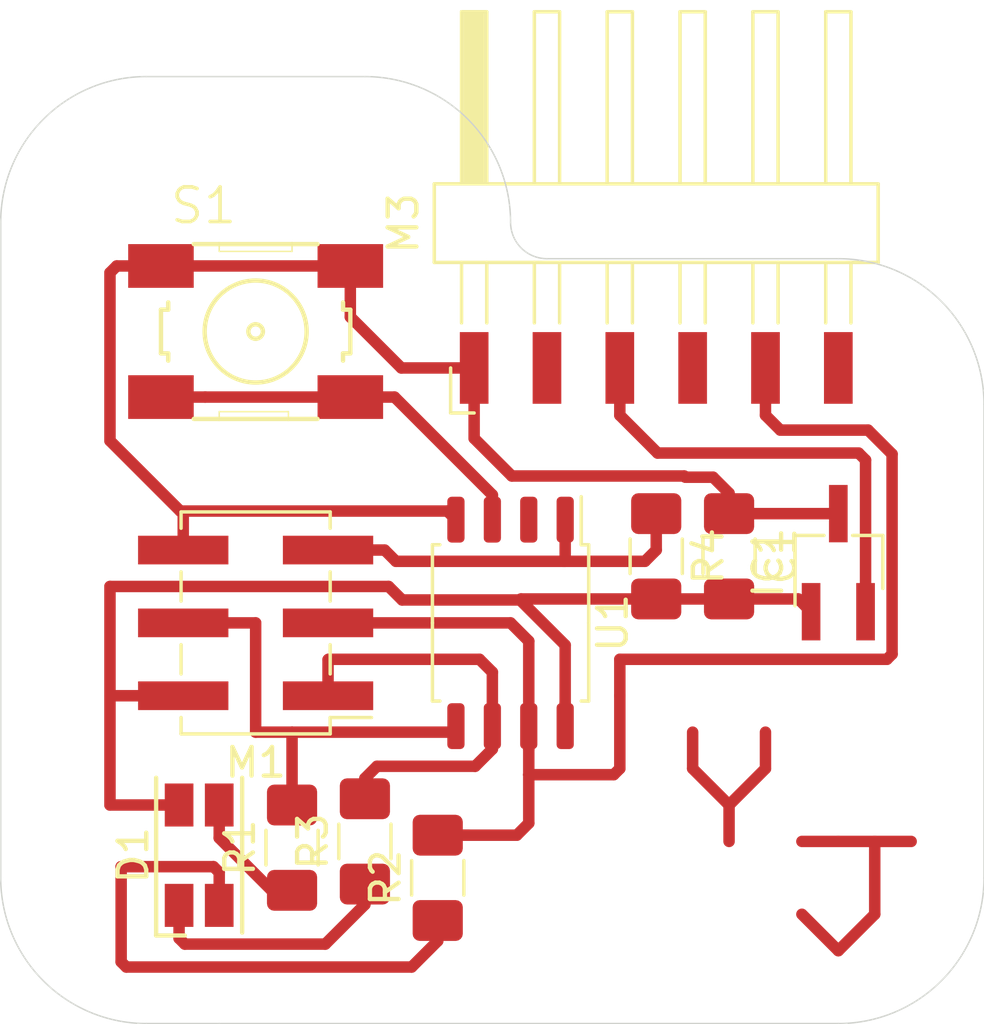
<source format=kicad_pcb>
(kicad_pcb (version 20171130) (host pcbnew "(5.1.5)-3")

  (general
    (thickness 1.6)
    (drawings 12)
    (tracks 117)
    (zones 0)
    (modules 11)
    (nets 16)
  )

  (page A4)
  (layers
    (0 F.Cu signal)
    (31 B.Cu signal)
    (32 B.Adhes user)
    (33 F.Adhes user)
    (34 B.Paste user)
    (35 F.Paste user)
    (36 B.SilkS user)
    (37 F.SilkS user)
    (38 B.Mask user)
    (39 F.Mask user)
    (40 Dwgs.User user)
    (41 Cmts.User user)
    (42 Eco1.User user)
    (43 Eco2.User user)
    (44 Edge.Cuts user)
    (45 Margin user)
    (46 B.CrtYd user)
    (47 F.CrtYd user)
    (48 B.Fab user)
    (49 F.Fab user)
  )

  (setup
    (last_trace_width 0.4)
    (user_trace_width 0.4)
    (trace_clearance 0.4)
    (zone_clearance 0.508)
    (zone_45_only no)
    (trace_min 0.2)
    (via_size 0.8)
    (via_drill 0.4)
    (via_min_size 0.4)
    (via_min_drill 0.3)
    (uvia_size 0.3)
    (uvia_drill 0.1)
    (uvias_allowed no)
    (uvia_min_size 0.2)
    (uvia_min_drill 0.1)
    (edge_width 0.05)
    (segment_width 0.2)
    (pcb_text_width 0.3)
    (pcb_text_size 1.5 1.5)
    (mod_edge_width 0.12)
    (mod_text_size 1 1)
    (mod_text_width 0.15)
    (pad_size 1.524 1.524)
    (pad_drill 0.762)
    (pad_to_mask_clearance 0.051)
    (solder_mask_min_width 0.25)
    (aux_axis_origin 0 0)
    (visible_elements FFFFFF7F)
    (pcbplotparams
      (layerselection 0x01000_7fffffff)
      (usegerberextensions false)
      (usegerberattributes false)
      (usegerberadvancedattributes false)
      (creategerberjobfile false)
      (excludeedgelayer true)
      (linewidth 0.100000)
      (plotframeref false)
      (viasonmask false)
      (mode 1)
      (useauxorigin false)
      (hpglpennumber 1)
      (hpglpenspeed 20)
      (hpglpendiameter 15.000000)
      (psnegative false)
      (psa4output false)
      (plotreference true)
      (plotvalue true)
      (plotinvisibletext false)
      (padsonsilk false)
      (subtractmaskfromsilk false)
      (outputformat 1)
      (mirror false)
      (drillshape 0)
      (scaleselection 1)
      (outputdirectory ""))
  )

  (net 0 "")
  (net 1 GNDREF)
  (net 2 VCC)
  (net 3 "Net-(D1-Pad1)")
  (net 4 "Net-(D1-Pad2)")
  (net 5 "Net-(D1-Pad3)")
  (net 6 /MISO)
  (net 7 /SCK-RX)
  (net 8 /MOSI)
  (net 9 /RST)
  (net 10 "Net-(M3-Pad2)")
  (net 11 "Net-(M3-Pad4)")
  (net 12 "Net-(M3-Pad6)")
  (net 13 /PB4)
  (net 14 "Net-(U1-Pad2)")
  (net 15 /IN)

  (net_class Default "This is the default net class."
    (clearance 0.4)
    (trace_width 0.25)
    (via_dia 0.8)
    (via_drill 0.4)
    (uvia_dia 0.3)
    (uvia_drill 0.1)
    (add_net /IN)
    (add_net /MISO)
    (add_net /MOSI)
    (add_net /PB4)
    (add_net /RST)
    (add_net /SCK-RX)
    (add_net GNDREF)
    (add_net "Net-(D1-Pad1)")
    (add_net "Net-(D1-Pad2)")
    (add_net "Net-(D1-Pad3)")
    (add_net "Net-(M3-Pad2)")
    (add_net "Net-(M3-Pad4)")
    (add_net "Net-(M3-Pad6)")
    (add_net "Net-(U1-Pad2)")
    (add_net VCC)
  )

  (module Connector_Harwin:Harwin_M20-89006xx_1x06_P2.54mm_Horizontal (layer F.Cu) (tedit 5B154A07) (tstamp 5E658866)
    (at 93.98 19.875 90)
    (descr "Harwin Male Horizontal Surface Mount Single Row 2.54mm (0.1 inch) Pitch PCB Connector, M20-89006xx, 6 Pins per row (https://cdn.harwin.com/pdfs/M20-890.pdf), generated with kicad-footprint-generator")
    (tags "connector Harwin M20-890 horizontal")
    (path /5E652256)
    (attr smd)
    (fp_text reference M3 (at -0.48 -8.82 90) (layer F.SilkS)
      (effects (font (size 1 1) (thickness 0.15)))
    )
    (fp_text value FTDI-SMD-HEADER (at -0.48 8.82 90) (layer F.Fab)
      (effects (font (size 1 1) (thickness 0.15)))
    )
    (fp_line (start -1.725 -6.67) (end -6.425 -6.67) (layer F.Fab) (width 0.1))
    (fp_line (start -6.425 -6.67) (end -6.425 -6.03) (layer F.Fab) (width 0.1))
    (fp_line (start -6.425 -6.03) (end -1.725 -6.03) (layer F.Fab) (width 0.1))
    (fp_line (start 0.775 -6.67) (end 6.775 -6.67) (layer F.Fab) (width 0.1))
    (fp_line (start 6.775 -6.67) (end 6.775 -6.03) (layer F.Fab) (width 0.1))
    (fp_line (start 6.775 -6.03) (end 0.775 -6.03) (layer F.Fab) (width 0.1))
    (fp_line (start -1.725 -4.13) (end -6.425 -4.13) (layer F.Fab) (width 0.1))
    (fp_line (start -6.425 -4.13) (end -6.425 -3.49) (layer F.Fab) (width 0.1))
    (fp_line (start -6.425 -3.49) (end -1.725 -3.49) (layer F.Fab) (width 0.1))
    (fp_line (start 0.775 -4.13) (end 6.775 -4.13) (layer F.Fab) (width 0.1))
    (fp_line (start 6.775 -4.13) (end 6.775 -3.49) (layer F.Fab) (width 0.1))
    (fp_line (start 6.775 -3.49) (end 0.775 -3.49) (layer F.Fab) (width 0.1))
    (fp_line (start -1.725 -1.59) (end -6.425 -1.59) (layer F.Fab) (width 0.1))
    (fp_line (start -6.425 -1.59) (end -6.425 -0.95) (layer F.Fab) (width 0.1))
    (fp_line (start -6.425 -0.95) (end -1.725 -0.95) (layer F.Fab) (width 0.1))
    (fp_line (start 0.775 -1.59) (end 6.775 -1.59) (layer F.Fab) (width 0.1))
    (fp_line (start 6.775 -1.59) (end 6.775 -0.95) (layer F.Fab) (width 0.1))
    (fp_line (start 6.775 -0.95) (end 0.775 -0.95) (layer F.Fab) (width 0.1))
    (fp_line (start -1.725 0.95) (end -6.425 0.95) (layer F.Fab) (width 0.1))
    (fp_line (start -6.425 0.95) (end -6.425 1.59) (layer F.Fab) (width 0.1))
    (fp_line (start -6.425 1.59) (end -1.725 1.59) (layer F.Fab) (width 0.1))
    (fp_line (start 0.775 0.95) (end 6.775 0.95) (layer F.Fab) (width 0.1))
    (fp_line (start 6.775 0.95) (end 6.775 1.59) (layer F.Fab) (width 0.1))
    (fp_line (start 6.775 1.59) (end 0.775 1.59) (layer F.Fab) (width 0.1))
    (fp_line (start -1.725 3.49) (end -6.425 3.49) (layer F.Fab) (width 0.1))
    (fp_line (start -6.425 3.49) (end -6.425 4.13) (layer F.Fab) (width 0.1))
    (fp_line (start -6.425 4.13) (end -1.725 4.13) (layer F.Fab) (width 0.1))
    (fp_line (start 0.775 3.49) (end 6.775 3.49) (layer F.Fab) (width 0.1))
    (fp_line (start 6.775 3.49) (end 6.775 4.13) (layer F.Fab) (width 0.1))
    (fp_line (start 6.775 4.13) (end 0.775 4.13) (layer F.Fab) (width 0.1))
    (fp_line (start -1.725 6.03) (end -6.425 6.03) (layer F.Fab) (width 0.1))
    (fp_line (start -6.425 6.03) (end -6.425 6.67) (layer F.Fab) (width 0.1))
    (fp_line (start -6.425 6.67) (end -1.725 6.67) (layer F.Fab) (width 0.1))
    (fp_line (start 0.775 6.03) (end 6.775 6.03) (layer F.Fab) (width 0.1))
    (fp_line (start 6.775 6.03) (end 6.775 6.67) (layer F.Fab) (width 0.1))
    (fp_line (start 6.775 6.67) (end 0.775 6.67) (layer F.Fab) (width 0.1))
    (fp_line (start -1.725 -7.22) (end -1.325 -7.62) (layer F.Fab) (width 0.1))
    (fp_line (start -1.325 -7.62) (end 0.775 -7.62) (layer F.Fab) (width 0.1))
    (fp_line (start 0.775 -7.62) (end 0.775 7.62) (layer F.Fab) (width 0.1))
    (fp_line (start 0.775 7.62) (end -1.725 7.62) (layer F.Fab) (width 0.1))
    (fp_line (start -1.725 7.62) (end -1.725 -7.22) (layer F.Fab) (width 0.1))
    (fp_line (start -1.845 -7.74) (end 0.895 -7.74) (layer F.SilkS) (width 0.12))
    (fp_line (start 0.895 -7.74) (end 0.895 7.74) (layer F.SilkS) (width 0.12))
    (fp_line (start 0.895 7.74) (end -1.845 7.74) (layer F.SilkS) (width 0.12))
    (fp_line (start -1.845 7.74) (end -1.845 -7.74) (layer F.SilkS) (width 0.12))
    (fp_line (start -3.955 -6.79) (end -1.845 -6.79) (layer F.SilkS) (width 0.12))
    (fp_line (start -3.955 -5.91) (end -1.845 -5.91) (layer F.SilkS) (width 0.12))
    (fp_line (start 0.895 -6.79) (end 6.895 -6.79) (layer F.SilkS) (width 0.12))
    (fp_line (start 6.895 -6.79) (end 6.895 -5.91) (layer F.SilkS) (width 0.12))
    (fp_line (start 6.895 -5.91) (end 0.895 -5.91) (layer F.SilkS) (width 0.12))
    (fp_line (start -3.955 -4.25) (end -1.845 -4.25) (layer F.SilkS) (width 0.12))
    (fp_line (start -3.955 -3.37) (end -1.845 -3.37) (layer F.SilkS) (width 0.12))
    (fp_line (start 0.895 -4.25) (end 6.895 -4.25) (layer F.SilkS) (width 0.12))
    (fp_line (start 6.895 -4.25) (end 6.895 -3.37) (layer F.SilkS) (width 0.12))
    (fp_line (start 6.895 -3.37) (end 0.895 -3.37) (layer F.SilkS) (width 0.12))
    (fp_line (start -3.955 -1.71) (end -1.845 -1.71) (layer F.SilkS) (width 0.12))
    (fp_line (start -3.955 -0.83) (end -1.845 -0.83) (layer F.SilkS) (width 0.12))
    (fp_line (start 0.895 -1.71) (end 6.895 -1.71) (layer F.SilkS) (width 0.12))
    (fp_line (start 6.895 -1.71) (end 6.895 -0.83) (layer F.SilkS) (width 0.12))
    (fp_line (start 6.895 -0.83) (end 0.895 -0.83) (layer F.SilkS) (width 0.12))
    (fp_line (start -3.955 0.83) (end -1.845 0.83) (layer F.SilkS) (width 0.12))
    (fp_line (start -3.955 1.71) (end -1.845 1.71) (layer F.SilkS) (width 0.12))
    (fp_line (start 0.895 0.83) (end 6.895 0.83) (layer F.SilkS) (width 0.12))
    (fp_line (start 6.895 0.83) (end 6.895 1.71) (layer F.SilkS) (width 0.12))
    (fp_line (start 6.895 1.71) (end 0.895 1.71) (layer F.SilkS) (width 0.12))
    (fp_line (start -3.955 3.37) (end -1.845 3.37) (layer F.SilkS) (width 0.12))
    (fp_line (start -3.955 4.25) (end -1.845 4.25) (layer F.SilkS) (width 0.12))
    (fp_line (start 0.895 3.37) (end 6.895 3.37) (layer F.SilkS) (width 0.12))
    (fp_line (start 6.895 3.37) (end 6.895 4.25) (layer F.SilkS) (width 0.12))
    (fp_line (start 6.895 4.25) (end 0.895 4.25) (layer F.SilkS) (width 0.12))
    (fp_line (start -3.955 5.91) (end -1.845 5.91) (layer F.SilkS) (width 0.12))
    (fp_line (start -3.955 6.79) (end -1.845 6.79) (layer F.SilkS) (width 0.12))
    (fp_line (start 0.895 5.91) (end 6.895 5.91) (layer F.SilkS) (width 0.12))
    (fp_line (start 6.895 5.91) (end 6.895 6.79) (layer F.SilkS) (width 0.12))
    (fp_line (start 6.895 6.79) (end 0.895 6.79) (layer F.SilkS) (width 0.12))
    (fp_line (start -7.095 -6.35) (end -7.095 -7.17) (layer F.SilkS) (width 0.12))
    (fp_line (start -7.095 -7.17) (end -5.525 -7.17) (layer F.SilkS) (width 0.12))
    (fp_line (start -7.28 -8.12) (end 7.28 -8.12) (layer F.CrtYd) (width 0.05))
    (fp_line (start 7.28 -8.12) (end 7.28 8.12) (layer F.CrtYd) (width 0.05))
    (fp_line (start 7.28 8.12) (end -7.28 8.12) (layer F.CrtYd) (width 0.05))
    (fp_line (start -7.28 8.12) (end -7.28 -8.12) (layer F.CrtYd) (width 0.05))
    (fp_text user %R (at -0.48 0) (layer F.Fab)
      (effects (font (size 1 1) (thickness 0.15)))
    )
    (pad 1 smd rect (at -5.525 -6.35 90) (size 2.5 1) (layers F.Cu F.Paste F.Mask)
      (net 1 GNDREF))
    (pad 2 smd rect (at -5.525 -3.81 90) (size 2.5 1) (layers F.Cu F.Paste F.Mask)
      (net 10 "Net-(M3-Pad2)"))
    (pad 3 smd rect (at -5.525 -1.27 90) (size 2.5 1) (layers F.Cu F.Paste F.Mask)
      (net 15 /IN))
    (pad 4 smd rect (at -5.525 1.27 90) (size 2.5 1) (layers F.Cu F.Paste F.Mask)
      (net 11 "Net-(M3-Pad4)"))
    (pad 5 smd rect (at -5.525 3.81 90) (size 2.5 1) (layers F.Cu F.Paste F.Mask)
      (net 7 /SCK-RX))
    (pad 6 smd rect (at -5.525 6.35 90) (size 2.5 1) (layers F.Cu F.Paste F.Mask)
      (net 12 "Net-(M3-Pad6)"))
    (pad "" smd rect (at 3.895 -6.35 90) (size 6 0.76) (layers F.SilkS))
    (model ${KISYS3DMOD}/Connector_Harwin.3dshapes/Harwin_M20-89006xx_1x06_P2.54mm_Horizontal.wrl
      (at (xyz 0 0 0))
      (scale (xyz 1 1 1))
      (rotate (xyz 0 0 0))
    )
  )

  (module Capacitor_SMD:C_1206_3216Metric_Pad1.42x1.75mm_HandSolder (layer F.Cu) (tedit 5B301BBE) (tstamp 5E6587AE)
    (at 96.52 31.9675 270)
    (descr "Capacitor SMD 1206 (3216 Metric), square (rectangular) end terminal, IPC_7351 nominal with elongated pad for handsoldering. (Body size source: http://www.tortai-tech.com/upload/download/2011102023233369053.pdf), generated with kicad-footprint-generator")
    (tags "capacitor handsolder")
    (path /5E653558)
    (attr smd)
    (fp_text reference C1 (at 0 -1.82 90) (layer F.SilkS)
      (effects (font (size 1 1) (thickness 0.15)))
    )
    (fp_text value C (at 0 1.82 90) (layer F.Fab)
      (effects (font (size 1 1) (thickness 0.15)))
    )
    (fp_line (start -1.6 0.8) (end -1.6 -0.8) (layer F.Fab) (width 0.1))
    (fp_line (start -1.6 -0.8) (end 1.6 -0.8) (layer F.Fab) (width 0.1))
    (fp_line (start 1.6 -0.8) (end 1.6 0.8) (layer F.Fab) (width 0.1))
    (fp_line (start 1.6 0.8) (end -1.6 0.8) (layer F.Fab) (width 0.1))
    (fp_line (start -0.602064 -0.91) (end 0.602064 -0.91) (layer F.SilkS) (width 0.12))
    (fp_line (start -0.602064 0.91) (end 0.602064 0.91) (layer F.SilkS) (width 0.12))
    (fp_line (start -2.45 1.12) (end -2.45 -1.12) (layer F.CrtYd) (width 0.05))
    (fp_line (start -2.45 -1.12) (end 2.45 -1.12) (layer F.CrtYd) (width 0.05))
    (fp_line (start 2.45 -1.12) (end 2.45 1.12) (layer F.CrtYd) (width 0.05))
    (fp_line (start 2.45 1.12) (end -2.45 1.12) (layer F.CrtYd) (width 0.05))
    (fp_text user %R (at 0 0 90) (layer F.Fab)
      (effects (font (size 0.8 0.8) (thickness 0.12)))
    )
    (pad 1 smd roundrect (at -1.4875 0 270) (size 1.425 1.75) (layers F.Cu F.Paste F.Mask) (roundrect_rratio 0.175439)
      (net 1 GNDREF))
    (pad 2 smd roundrect (at 1.4875 0 270) (size 1.425 1.75) (layers F.Cu F.Paste F.Mask) (roundrect_rratio 0.175439)
      (net 2 VCC))
    (model ${KISYS3DMOD}/Capacitor_SMD.3dshapes/C_1206_3216Metric.wrl
      (at (xyz 0 0 0))
      (scale (xyz 1 1 1))
      (rotate (xyz 0 0 0))
    )
  )

  (module LED_SMD:LED_RGB_1210 (layer F.Cu) (tedit 5979AE99) (tstamp 5E6587C3)
    (at 78.04 42.39 90)
    (descr "RGB LED 3.2x2.7mm http://www.avagotech.com/docs/AV02-0610EN")
    (tags "LED 3227")
    (path /5E6A8FE2)
    (attr smd)
    (fp_text reference D1 (at 0 -2.3 90) (layer F.SilkS)
      (effects (font (size 1 1) (thickness 0.15)))
    )
    (fp_text value LED_RGBA (at 0 2.45 90) (layer F.Fab)
      (effects (font (size 1 1) (thickness 0.15)))
    )
    (fp_line (start -2.95 1.65) (end 2.85 1.65) (layer F.CrtYd) (width 0.05))
    (fp_line (start -2.95 -1.65) (end -2.95 1.65) (layer F.CrtYd) (width 0.05))
    (fp_line (start 2.85 -1.65) (end -2.95 -1.65) (layer F.CrtYd) (width 0.05))
    (fp_line (start 2.85 1.65) (end 2.85 -1.65) (layer F.CrtYd) (width 0.05))
    (fp_line (start 2.7 1.5) (end -2.7 1.5) (layer F.SilkS) (width 0.15))
    (fp_line (start 2.7 -1.5) (end -2.8 -1.5) (layer F.SilkS) (width 0.15))
    (fp_line (start -2.8 -0.5) (end -2.8 -1.5) (layer F.SilkS) (width 0.15))
    (fp_line (start -0.925 -1.35) (end 1.6 -1.35) (layer F.Fab) (width 0.1))
    (fp_line (start 1.6 -1.35) (end 1.6 1.35) (layer F.Fab) (width 0.1))
    (fp_line (start 1.6 1.35) (end -1.6 1.35) (layer F.Fab) (width 0.1))
    (fp_line (start -1.6 1.35) (end -1.6 -0.675) (layer F.Fab) (width 0.1))
    (fp_line (start -1.6 -0.675) (end -0.925 -1.35) (layer F.Fab) (width 0.1))
    (fp_text user %R (at 0 -2.3 90) (layer F.Fab)
      (effects (font (size 1 1) (thickness 0.15)))
    )
    (pad 1 smd rect (at -1.75 -0.7 270) (size 1.5 1) (layers F.Cu F.Paste F.Mask)
      (net 3 "Net-(D1-Pad1)"))
    (pad 2 smd rect (at -1.75 0.7 270) (size 1.5 1) (layers F.Cu F.Paste F.Mask)
      (net 4 "Net-(D1-Pad2)"))
    (pad 4 smd rect (at 1.75 -0.7 270) (size 1.5 1) (layers F.Cu F.Paste F.Mask)
      (net 2 VCC))
    (pad 3 smd rect (at 1.75 0.7 270) (size 1.5 1) (layers F.Cu F.Paste F.Mask)
      (net 5 "Net-(D1-Pad3)"))
    (model ${KISYS3DMOD}/LED_SMD.3dshapes/LED_RGB_1210.wrl
      (at (xyz 0 0 0))
      (scale (xyz 1 1 1))
      (rotate (xyz 0 0 0))
    )
  )

  (module Package_TO_SOT_SMD:TSOT-23_HandSoldering (layer F.Cu) (tedit 5A02FF57) (tstamp 5E6587D8)
    (at 100.33 32.19 90)
    (descr "5-pin TSOT23 package, http://cds.linear.com/docs/en/packaging/SOT_5_05-08-1635.pdf")
    (tags "TSOT-23 Hand-soldering")
    (path /5E63D073)
    (attr smd)
    (fp_text reference IC1 (at 0 -2.45 90) (layer F.SilkS)
      (effects (font (size 1 1) (thickness 0.15)))
    )
    (fp_text value REGULATORSOT23 (at 0 2.5 90) (layer F.Fab)
      (effects (font (size 1 1) (thickness 0.15)))
    )
    (fp_text user %R (at 0 0) (layer F.Fab)
      (effects (font (size 0.5 0.5) (thickness 0.075)))
    )
    (fp_line (start 0.95 0.5) (end 0.95 1.55) (layer F.SilkS) (width 0.12))
    (fp_line (start 0.95 1.55) (end -0.9 1.55) (layer F.SilkS) (width 0.12))
    (fp_line (start 0.95 -1.5) (end 0.95 -0.5) (layer F.SilkS) (width 0.12))
    (fp_line (start 0.93 -1.51) (end -1.5 -1.51) (layer F.SilkS) (width 0.12))
    (fp_line (start -0.88 -1) (end -0.43 -1.45) (layer F.Fab) (width 0.1))
    (fp_line (start 0.88 -1.45) (end -0.43 -1.45) (layer F.Fab) (width 0.1))
    (fp_line (start -0.88 -1) (end -0.88 1.45) (layer F.Fab) (width 0.1))
    (fp_line (start 0.88 1.45) (end -0.88 1.45) (layer F.Fab) (width 0.1))
    (fp_line (start 0.88 -1.45) (end 0.88 1.45) (layer F.Fab) (width 0.1))
    (fp_line (start -2.96 -1.7) (end 2.96 -1.7) (layer F.CrtYd) (width 0.05))
    (fp_line (start -2.96 -1.7) (end -2.96 1.7) (layer F.CrtYd) (width 0.05))
    (fp_line (start 2.96 1.7) (end 2.96 -1.7) (layer F.CrtYd) (width 0.05))
    (fp_line (start 2.96 1.7) (end -2.96 1.7) (layer F.CrtYd) (width 0.05))
    (pad 1 smd rect (at -1.71 -0.95 90) (size 2 0.65) (layers F.Cu F.Paste F.Mask)
      (net 2 VCC))
    (pad 2 smd rect (at -1.71 0.95 90) (size 2 0.65) (layers F.Cu F.Paste F.Mask)
      (net 15 /IN))
    (pad 3 smd rect (at 1.71 0 90) (size 2 0.65) (layers F.Cu F.Paste F.Mask)
      (net 1 GNDREF))
    (model ${KISYS3DMOD}/Package_TO_SOT_SMD.3dshapes/TSOT-23.wrl
      (at (xyz 0 0 0))
      (scale (xyz 1 1 1))
      (rotate (xyz 0 0 0))
    )
  )

  (module Connector_PinHeader_2.54mm:PinHeader_2x03_P2.54mm_Vertical_SMD (layer F.Cu) (tedit 59FED5CC) (tstamp 5E658809)
    (at 80.01 34.29 180)
    (descr "surface-mounted straight pin header, 2x03, 2.54mm pitch, double rows")
    (tags "Surface mounted pin header SMD 2x03 2.54mm double row")
    (path /5E652A9B)
    (attr smd)
    (fp_text reference M1 (at 0 -4.87) (layer F.SilkS)
      (effects (font (size 1 1) (thickness 0.15)))
    )
    (fp_text value AVRISP (at 0 4.87) (layer F.Fab)
      (effects (font (size 1 1) (thickness 0.15)))
    )
    (fp_line (start 2.54 3.81) (end -2.54 3.81) (layer F.Fab) (width 0.1))
    (fp_line (start -1.59 -3.81) (end 2.54 -3.81) (layer F.Fab) (width 0.1))
    (fp_line (start -2.54 3.81) (end -2.54 -2.86) (layer F.Fab) (width 0.1))
    (fp_line (start -2.54 -2.86) (end -1.59 -3.81) (layer F.Fab) (width 0.1))
    (fp_line (start 2.54 -3.81) (end 2.54 3.81) (layer F.Fab) (width 0.1))
    (fp_line (start -2.54 -2.86) (end -3.6 -2.86) (layer F.Fab) (width 0.1))
    (fp_line (start -3.6 -2.86) (end -3.6 -2.22) (layer F.Fab) (width 0.1))
    (fp_line (start -3.6 -2.22) (end -2.54 -2.22) (layer F.Fab) (width 0.1))
    (fp_line (start 2.54 -2.86) (end 3.6 -2.86) (layer F.Fab) (width 0.1))
    (fp_line (start 3.6 -2.86) (end 3.6 -2.22) (layer F.Fab) (width 0.1))
    (fp_line (start 3.6 -2.22) (end 2.54 -2.22) (layer F.Fab) (width 0.1))
    (fp_line (start -2.54 -0.32) (end -3.6 -0.32) (layer F.Fab) (width 0.1))
    (fp_line (start -3.6 -0.32) (end -3.6 0.32) (layer F.Fab) (width 0.1))
    (fp_line (start -3.6 0.32) (end -2.54 0.32) (layer F.Fab) (width 0.1))
    (fp_line (start 2.54 -0.32) (end 3.6 -0.32) (layer F.Fab) (width 0.1))
    (fp_line (start 3.6 -0.32) (end 3.6 0.32) (layer F.Fab) (width 0.1))
    (fp_line (start 3.6 0.32) (end 2.54 0.32) (layer F.Fab) (width 0.1))
    (fp_line (start -2.54 2.22) (end -3.6 2.22) (layer F.Fab) (width 0.1))
    (fp_line (start -3.6 2.22) (end -3.6 2.86) (layer F.Fab) (width 0.1))
    (fp_line (start -3.6 2.86) (end -2.54 2.86) (layer F.Fab) (width 0.1))
    (fp_line (start 2.54 2.22) (end 3.6 2.22) (layer F.Fab) (width 0.1))
    (fp_line (start 3.6 2.22) (end 3.6 2.86) (layer F.Fab) (width 0.1))
    (fp_line (start 3.6 2.86) (end 2.54 2.86) (layer F.Fab) (width 0.1))
    (fp_line (start -2.6 -3.87) (end 2.6 -3.87) (layer F.SilkS) (width 0.12))
    (fp_line (start -2.6 3.87) (end 2.6 3.87) (layer F.SilkS) (width 0.12))
    (fp_line (start -4.04 -3.3) (end -2.6 -3.3) (layer F.SilkS) (width 0.12))
    (fp_line (start -2.6 -3.87) (end -2.6 -3.3) (layer F.SilkS) (width 0.12))
    (fp_line (start 2.6 -3.87) (end 2.6 -3.3) (layer F.SilkS) (width 0.12))
    (fp_line (start -2.6 3.3) (end -2.6 3.87) (layer F.SilkS) (width 0.12))
    (fp_line (start 2.6 3.3) (end 2.6 3.87) (layer F.SilkS) (width 0.12))
    (fp_line (start -2.6 -1.78) (end -2.6 -0.76) (layer F.SilkS) (width 0.12))
    (fp_line (start 2.6 -1.78) (end 2.6 -0.76) (layer F.SilkS) (width 0.12))
    (fp_line (start -2.6 0.76) (end -2.6 1.78) (layer F.SilkS) (width 0.12))
    (fp_line (start 2.6 0.76) (end 2.6 1.78) (layer F.SilkS) (width 0.12))
    (fp_line (start -5.9 -4.35) (end -5.9 4.35) (layer F.CrtYd) (width 0.05))
    (fp_line (start -5.9 4.35) (end 5.9 4.35) (layer F.CrtYd) (width 0.05))
    (fp_line (start 5.9 4.35) (end 5.9 -4.35) (layer F.CrtYd) (width 0.05))
    (fp_line (start 5.9 -4.35) (end -5.9 -4.35) (layer F.CrtYd) (width 0.05))
    (fp_text user %R (at 0 0 90) (layer F.Fab)
      (effects (font (size 1 1) (thickness 0.15)))
    )
    (pad 1 smd rect (at -2.525 -2.54 180) (size 3.15 1) (layers F.Cu F.Paste F.Mask)
      (net 6 /MISO))
    (pad 2 smd rect (at 2.525 -2.54 180) (size 3.15 1) (layers F.Cu F.Paste F.Mask)
      (net 2 VCC))
    (pad 3 smd rect (at -2.525 0 180) (size 3.15 1) (layers F.Cu F.Paste F.Mask)
      (net 7 /SCK-RX))
    (pad 4 smd rect (at 2.525 0 180) (size 3.15 1) (layers F.Cu F.Paste F.Mask)
      (net 8 /MOSI))
    (pad 5 smd rect (at -2.525 2.54 180) (size 3.15 1) (layers F.Cu F.Paste F.Mask)
      (net 9 /RST))
    (pad 6 smd rect (at 2.525 2.54 180) (size 3.15 1) (layers F.Cu F.Paste F.Mask)
      (net 1 GNDREF))
    (model ${KISYS3DMOD}/Connector_PinHeader_2.54mm.3dshapes/PinHeader_2x03_P2.54mm_Vertical_SMD.wrl
      (at (xyz 0 0 0))
      (scale (xyz 1 1 1))
      (rotate (xyz 0 0 0))
    )
  )

  (module Resistor_SMD:R_1206_3216Metric_Pad1.42x1.75mm_HandSolder (layer F.Cu) (tedit 5B301BBD) (tstamp 5E658877)
    (at 81.28 42.1275 90)
    (descr "Resistor SMD 1206 (3216 Metric), square (rectangular) end terminal, IPC_7351 nominal with elongated pad for handsoldering. (Body size source: http://www.tortai-tech.com/upload/download/2011102023233369053.pdf), generated with kicad-footprint-generator")
    (tags "resistor handsolder")
    (path /5E6569B6)
    (attr smd)
    (fp_text reference R1 (at 0 -1.82 90) (layer F.SilkS)
      (effects (font (size 1 1) (thickness 0.15)))
    )
    (fp_text value 1k (at 0 1.82 90) (layer F.Fab)
      (effects (font (size 1 1) (thickness 0.15)))
    )
    (fp_text user %R (at 0 0 90) (layer F.Fab)
      (effects (font (size 0.8 0.8) (thickness 0.12)))
    )
    (fp_line (start 2.45 1.12) (end -2.45 1.12) (layer F.CrtYd) (width 0.05))
    (fp_line (start 2.45 -1.12) (end 2.45 1.12) (layer F.CrtYd) (width 0.05))
    (fp_line (start -2.45 -1.12) (end 2.45 -1.12) (layer F.CrtYd) (width 0.05))
    (fp_line (start -2.45 1.12) (end -2.45 -1.12) (layer F.CrtYd) (width 0.05))
    (fp_line (start -0.602064 0.91) (end 0.602064 0.91) (layer F.SilkS) (width 0.12))
    (fp_line (start -0.602064 -0.91) (end 0.602064 -0.91) (layer F.SilkS) (width 0.12))
    (fp_line (start 1.6 0.8) (end -1.6 0.8) (layer F.Fab) (width 0.1))
    (fp_line (start 1.6 -0.8) (end 1.6 0.8) (layer F.Fab) (width 0.1))
    (fp_line (start -1.6 -0.8) (end 1.6 -0.8) (layer F.Fab) (width 0.1))
    (fp_line (start -1.6 0.8) (end -1.6 -0.8) (layer F.Fab) (width 0.1))
    (pad 2 smd roundrect (at 1.4875 0 90) (size 1.425 1.75) (layers F.Cu F.Paste F.Mask) (roundrect_rratio 0.175439)
      (net 8 /MOSI))
    (pad 1 smd roundrect (at -1.4875 0 90) (size 1.425 1.75) (layers F.Cu F.Paste F.Mask) (roundrect_rratio 0.175439)
      (net 5 "Net-(D1-Pad3)"))
    (model ${KISYS3DMOD}/Resistor_SMD.3dshapes/R_1206_3216Metric.wrl
      (at (xyz 0 0 0))
      (scale (xyz 1 1 1))
      (rotate (xyz 0 0 0))
    )
  )

  (module Resistor_SMD:R_1206_3216Metric_Pad1.42x1.75mm_HandSolder (layer F.Cu) (tedit 5B301BBD) (tstamp 5E658888)
    (at 86.36 43.18 90)
    (descr "Resistor SMD 1206 (3216 Metric), square (rectangular) end terminal, IPC_7351 nominal with elongated pad for handsoldering. (Body size source: http://www.tortai-tech.com/upload/download/2011102023233369053.pdf), generated with kicad-footprint-generator")
    (tags "resistor handsolder")
    (path /5E656F49)
    (attr smd)
    (fp_text reference R2 (at 0 -1.82 90) (layer F.SilkS)
      (effects (font (size 1 1) (thickness 0.15)))
    )
    (fp_text value 499 (at 0 1.82 90) (layer F.Fab)
      (effects (font (size 1 1) (thickness 0.15)))
    )
    (fp_text user %R (at 0 0 90) (layer F.Fab)
      (effects (font (size 0.8 0.8) (thickness 0.12)))
    )
    (fp_line (start 2.45 1.12) (end -2.45 1.12) (layer F.CrtYd) (width 0.05))
    (fp_line (start 2.45 -1.12) (end 2.45 1.12) (layer F.CrtYd) (width 0.05))
    (fp_line (start -2.45 -1.12) (end 2.45 -1.12) (layer F.CrtYd) (width 0.05))
    (fp_line (start -2.45 1.12) (end -2.45 -1.12) (layer F.CrtYd) (width 0.05))
    (fp_line (start -0.602064 0.91) (end 0.602064 0.91) (layer F.SilkS) (width 0.12))
    (fp_line (start -0.602064 -0.91) (end 0.602064 -0.91) (layer F.SilkS) (width 0.12))
    (fp_line (start 1.6 0.8) (end -1.6 0.8) (layer F.Fab) (width 0.1))
    (fp_line (start 1.6 -0.8) (end 1.6 0.8) (layer F.Fab) (width 0.1))
    (fp_line (start -1.6 -0.8) (end 1.6 -0.8) (layer F.Fab) (width 0.1))
    (fp_line (start -1.6 0.8) (end -1.6 -0.8) (layer F.Fab) (width 0.1))
    (pad 2 smd roundrect (at 1.4875 0 90) (size 1.425 1.75) (layers F.Cu F.Paste F.Mask) (roundrect_rratio 0.175439)
      (net 7 /SCK-RX))
    (pad 1 smd roundrect (at -1.4875 0 90) (size 1.425 1.75) (layers F.Cu F.Paste F.Mask) (roundrect_rratio 0.175439)
      (net 4 "Net-(D1-Pad2)"))
    (model ${KISYS3DMOD}/Resistor_SMD.3dshapes/R_1206_3216Metric.wrl
      (at (xyz 0 0 0))
      (scale (xyz 1 1 1))
      (rotate (xyz 0 0 0))
    )
  )

  (module Resistor_SMD:R_1206_3216Metric_Pad1.42x1.75mm_HandSolder (layer F.Cu) (tedit 5B301BBD) (tstamp 5E658899)
    (at 83.82 41.91 90)
    (descr "Resistor SMD 1206 (3216 Metric), square (rectangular) end terminal, IPC_7351 nominal with elongated pad for handsoldering. (Body size source: http://www.tortai-tech.com/upload/download/2011102023233369053.pdf), generated with kicad-footprint-generator")
    (tags "resistor handsolder")
    (path /5E656CA6)
    (attr smd)
    (fp_text reference R3 (at 0 -1.82 90) (layer F.SilkS)
      (effects (font (size 1 1) (thickness 0.15)))
    )
    (fp_text value 1k (at 0 1.82 90) (layer F.Fab)
      (effects (font (size 1 1) (thickness 0.15)))
    )
    (fp_line (start -1.6 0.8) (end -1.6 -0.8) (layer F.Fab) (width 0.1))
    (fp_line (start -1.6 -0.8) (end 1.6 -0.8) (layer F.Fab) (width 0.1))
    (fp_line (start 1.6 -0.8) (end 1.6 0.8) (layer F.Fab) (width 0.1))
    (fp_line (start 1.6 0.8) (end -1.6 0.8) (layer F.Fab) (width 0.1))
    (fp_line (start -0.602064 -0.91) (end 0.602064 -0.91) (layer F.SilkS) (width 0.12))
    (fp_line (start -0.602064 0.91) (end 0.602064 0.91) (layer F.SilkS) (width 0.12))
    (fp_line (start -2.45 1.12) (end -2.45 -1.12) (layer F.CrtYd) (width 0.05))
    (fp_line (start -2.45 -1.12) (end 2.45 -1.12) (layer F.CrtYd) (width 0.05))
    (fp_line (start 2.45 -1.12) (end 2.45 1.12) (layer F.CrtYd) (width 0.05))
    (fp_line (start 2.45 1.12) (end -2.45 1.12) (layer F.CrtYd) (width 0.05))
    (fp_text user %R (at 0 0) (layer F.Fab)
      (effects (font (size 0.8 0.8) (thickness 0.12)))
    )
    (pad 1 smd roundrect (at -1.4875 0 90) (size 1.425 1.75) (layers F.Cu F.Paste F.Mask) (roundrect_rratio 0.175439)
      (net 3 "Net-(D1-Pad1)"))
    (pad 2 smd roundrect (at 1.4875 0 90) (size 1.425 1.75) (layers F.Cu F.Paste F.Mask) (roundrect_rratio 0.175439)
      (net 6 /MISO))
    (model ${KISYS3DMOD}/Resistor_SMD.3dshapes/R_1206_3216Metric.wrl
      (at (xyz 0 0 0))
      (scale (xyz 1 1 1))
      (rotate (xyz 0 0 0))
    )
  )

  (module Resistor_SMD:R_1206_3216Metric_Pad1.42x1.75mm_HandSolder (layer F.Cu) (tedit 5B301BBD) (tstamp 5E6588AA)
    (at 93.98 31.9675 270)
    (descr "Resistor SMD 1206 (3216 Metric), square (rectangular) end terminal, IPC_7351 nominal with elongated pad for handsoldering. (Body size source: http://www.tortai-tech.com/upload/download/2011102023233369053.pdf), generated with kicad-footprint-generator")
    (tags "resistor handsolder")
    (path /5E6531E8)
    (attr smd)
    (fp_text reference R4 (at 0 -1.82 90) (layer F.SilkS)
      (effects (font (size 1 1) (thickness 0.15)))
    )
    (fp_text value 10k (at 0 1.82 90) (layer F.Fab)
      (effects (font (size 1 1) (thickness 0.15)))
    )
    (fp_line (start -1.6 0.8) (end -1.6 -0.8) (layer F.Fab) (width 0.1))
    (fp_line (start -1.6 -0.8) (end 1.6 -0.8) (layer F.Fab) (width 0.1))
    (fp_line (start 1.6 -0.8) (end 1.6 0.8) (layer F.Fab) (width 0.1))
    (fp_line (start 1.6 0.8) (end -1.6 0.8) (layer F.Fab) (width 0.1))
    (fp_line (start -0.602064 -0.91) (end 0.602064 -0.91) (layer F.SilkS) (width 0.12))
    (fp_line (start -0.602064 0.91) (end 0.602064 0.91) (layer F.SilkS) (width 0.12))
    (fp_line (start -2.45 1.12) (end -2.45 -1.12) (layer F.CrtYd) (width 0.05))
    (fp_line (start -2.45 -1.12) (end 2.45 -1.12) (layer F.CrtYd) (width 0.05))
    (fp_line (start 2.45 -1.12) (end 2.45 1.12) (layer F.CrtYd) (width 0.05))
    (fp_line (start 2.45 1.12) (end -2.45 1.12) (layer F.CrtYd) (width 0.05))
    (fp_text user %R (at 0 0 90) (layer F.Fab)
      (effects (font (size 0.8 0.8) (thickness 0.12)))
    )
    (pad 1 smd roundrect (at -1.4875 0 270) (size 1.425 1.75) (layers F.Cu F.Paste F.Mask) (roundrect_rratio 0.175439)
      (net 9 /RST))
    (pad 2 smd roundrect (at 1.4875 0 270) (size 1.425 1.75) (layers F.Cu F.Paste F.Mask) (roundrect_rratio 0.175439)
      (net 2 VCC))
    (model ${KISYS3DMOD}/Resistor_SMD.3dshapes/R_1206_3216Metric.wrl
      (at (xyz 0 0 0))
      (scale (xyz 1 1 1))
      (rotate (xyz 0 0 0))
    )
  )

  (module Package_SO:SOIC-8_5.23x5.23mm_P1.27mm (layer F.Cu) (tedit 5D9F72B1) (tstamp 5E6588E4)
    (at 88.9 34.29 270)
    (descr "SOIC, 8 Pin (http://www.winbond.com/resource-files/w25q32jv%20revg%2003272018%20plus.pdf#page=68), generated with kicad-footprint-generator ipc_gullwing_generator.py")
    (tags "SOIC SO")
    (path /5E65159E)
    (attr smd)
    (fp_text reference U1 (at 0 -3.56 90) (layer F.SilkS)
      (effects (font (size 1 1) (thickness 0.15)))
    )
    (fp_text value ATTINY85-20SU (at 0 3.56 90) (layer F.Fab)
      (effects (font (size 1 1) (thickness 0.15)))
    )
    (fp_line (start 0 2.725) (end 2.725 2.725) (layer F.SilkS) (width 0.12))
    (fp_line (start 2.725 2.725) (end 2.725 2.465) (layer F.SilkS) (width 0.12))
    (fp_line (start 0 2.725) (end -2.725 2.725) (layer F.SilkS) (width 0.12))
    (fp_line (start -2.725 2.725) (end -2.725 2.465) (layer F.SilkS) (width 0.12))
    (fp_line (start 0 -2.725) (end 2.725 -2.725) (layer F.SilkS) (width 0.12))
    (fp_line (start 2.725 -2.725) (end 2.725 -2.465) (layer F.SilkS) (width 0.12))
    (fp_line (start 0 -2.725) (end -2.725 -2.725) (layer F.SilkS) (width 0.12))
    (fp_line (start -2.725 -2.725) (end -2.725 -2.465) (layer F.SilkS) (width 0.12))
    (fp_line (start -2.725 -2.465) (end -4.4 -2.465) (layer F.SilkS) (width 0.12))
    (fp_line (start -1.615 -2.615) (end 2.615 -2.615) (layer F.Fab) (width 0.1))
    (fp_line (start 2.615 -2.615) (end 2.615 2.615) (layer F.Fab) (width 0.1))
    (fp_line (start 2.615 2.615) (end -2.615 2.615) (layer F.Fab) (width 0.1))
    (fp_line (start -2.615 2.615) (end -2.615 -1.615) (layer F.Fab) (width 0.1))
    (fp_line (start -2.615 -1.615) (end -1.615 -2.615) (layer F.Fab) (width 0.1))
    (fp_line (start -4.65 -2.86) (end -4.65 2.86) (layer F.CrtYd) (width 0.05))
    (fp_line (start -4.65 2.86) (end 4.65 2.86) (layer F.CrtYd) (width 0.05))
    (fp_line (start 4.65 2.86) (end 4.65 -2.86) (layer F.CrtYd) (width 0.05))
    (fp_line (start 4.65 -2.86) (end -4.65 -2.86) (layer F.CrtYd) (width 0.05))
    (fp_text user %R (at 0 0 90) (layer F.Fab)
      (effects (font (size 1 1) (thickness 0.15)))
    )
    (pad 1 smd roundrect (at -3.6 -1.905 270) (size 1.6 0.6) (layers F.Cu F.Paste F.Mask) (roundrect_rratio 0.25)
      (net 9 /RST))
    (pad 2 smd roundrect (at -3.6 -0.635 270) (size 1.6 0.6) (layers F.Cu F.Paste F.Mask) (roundrect_rratio 0.25)
      (net 14 "Net-(U1-Pad2)"))
    (pad 3 smd roundrect (at -3.6 0.635 270) (size 1.6 0.6) (layers F.Cu F.Paste F.Mask) (roundrect_rratio 0.25)
      (net 13 /PB4))
    (pad 4 smd roundrect (at -3.6 1.905 270) (size 1.6 0.6) (layers F.Cu F.Paste F.Mask) (roundrect_rratio 0.25)
      (net 1 GNDREF))
    (pad 5 smd roundrect (at 3.6 1.905 270) (size 1.6 0.6) (layers F.Cu F.Paste F.Mask) (roundrect_rratio 0.25)
      (net 8 /MOSI))
    (pad 6 smd roundrect (at 3.6 0.635 270) (size 1.6 0.6) (layers F.Cu F.Paste F.Mask) (roundrect_rratio 0.25)
      (net 6 /MISO))
    (pad 7 smd roundrect (at 3.6 -0.635 270) (size 1.6 0.6) (layers F.Cu F.Paste F.Mask) (roundrect_rratio 0.25)
      (net 7 /SCK-RX))
    (pad 8 smd roundrect (at 3.6 -1.905 270) (size 1.6 0.6) (layers F.Cu F.Paste F.Mask) (roundrect_rratio 0.25)
      (net 2 VCC))
    (model ${KISYS3DMOD}/Package_SO.3dshapes/SOIC-8_5.23x5.23mm_P1.27mm.wrl
      (at (xyz 0 0 0))
      (scale (xyz 1 1 1))
      (rotate (xyz 0 0 0))
    )
  )

  (module fab:6MM_SWITCH (layer F.Cu) (tedit 0) (tstamp 5E66E408)
    (at 80.01 24.13)
    (descr "<b>OMRON SWITCH</b>")
    (path /5E7253B5)
    (fp_text reference S1 (at -3.048 -3.683) (layer F.SilkS)
      (effects (font (size 1.2065 1.2065) (thickness 0.127)) (justify left bottom))
    )
    (fp_text value 6MM_SWITCH6MM_SWITCH (at -3.048 5.08) (layer F.Fab)
      (effects (font (size 1.2065 1.2065) (thickness 0.127)) (justify left bottom))
    )
    (fp_line (start 3.302 0.762) (end 3.048 0.762) (layer F.SilkS) (width 0.1524))
    (fp_line (start 3.302 0.762) (end 3.302 -0.762) (layer F.SilkS) (width 0.1524))
    (fp_line (start 3.048 -0.762) (end 3.302 -0.762) (layer F.SilkS) (width 0.1524))
    (fp_line (start 3.048 -1.016) (end 3.048 -2.54) (layer F.Fab) (width 0.1524))
    (fp_line (start -3.302 -0.762) (end -3.048 -0.762) (layer F.SilkS) (width 0.1524))
    (fp_line (start -3.302 -0.762) (end -3.302 0.762) (layer F.SilkS) (width 0.1524))
    (fp_line (start -3.048 0.762) (end -3.302 0.762) (layer F.SilkS) (width 0.1524))
    (fp_line (start 3.048 -2.54) (end 2.54 -3.048) (layer F.Fab) (width 0.1524))
    (fp_line (start 2.54 3.048) (end 3.048 2.54) (layer F.Fab) (width 0.1524))
    (fp_line (start 3.048 2.54) (end 3.048 1.016) (layer F.Fab) (width 0.1524))
    (fp_line (start -2.54 -3.048) (end -3.048 -2.54) (layer F.Fab) (width 0.1524))
    (fp_line (start -3.048 -2.54) (end -3.048 -1.016) (layer F.Fab) (width 0.1524))
    (fp_line (start -2.54 3.048) (end -3.048 2.54) (layer F.Fab) (width 0.1524))
    (fp_line (start -3.048 2.54) (end -3.048 1.016) (layer F.Fab) (width 0.1524))
    (fp_line (start -1.27 -1.27) (end -1.27 1.27) (layer F.Fab) (width 0.0508))
    (fp_line (start 1.27 1.27) (end -1.27 1.27) (layer F.Fab) (width 0.0508))
    (fp_line (start 1.27 1.27) (end 1.27 -1.27) (layer F.Fab) (width 0.0508))
    (fp_line (start -1.27 -1.27) (end 1.27 -1.27) (layer F.Fab) (width 0.0508))
    (fp_line (start -1.27 -3.048) (end -1.27 -2.794) (layer F.SilkS) (width 0.0508))
    (fp_line (start 1.27 -2.794) (end -1.27 -2.794) (layer F.SilkS) (width 0.0508))
    (fp_line (start 1.27 -2.794) (end 1.27 -3.048) (layer F.SilkS) (width 0.0508))
    (fp_line (start 1.143 2.794) (end -1.27 2.794) (layer F.SilkS) (width 0.0508))
    (fp_line (start 1.143 2.794) (end 1.143 3.048) (layer F.SilkS) (width 0.0508))
    (fp_line (start -1.27 2.794) (end -1.27 3.048) (layer F.SilkS) (width 0.0508))
    (fp_line (start 2.54 3.048) (end 2.159 3.048) (layer F.Fab) (width 0.1524))
    (fp_line (start -2.54 3.048) (end -2.159 3.048) (layer F.Fab) (width 0.1524))
    (fp_line (start -2.159 3.048) (end -1.27 3.048) (layer F.SilkS) (width 0.1524))
    (fp_line (start -2.54 -3.048) (end -2.159 -3.048) (layer F.Fab) (width 0.1524))
    (fp_line (start 2.54 -3.048) (end 2.159 -3.048) (layer F.Fab) (width 0.1524))
    (fp_line (start 2.159 -3.048) (end 1.27 -3.048) (layer F.SilkS) (width 0.1524))
    (fp_line (start 1.27 -3.048) (end -1.27 -3.048) (layer F.SilkS) (width 0.1524))
    (fp_line (start -1.27 -3.048) (end -2.159 -3.048) (layer F.SilkS) (width 0.1524))
    (fp_line (start -1.27 3.048) (end 1.143 3.048) (layer F.SilkS) (width 0.1524))
    (fp_line (start 1.143 3.048) (end 2.159 3.048) (layer F.SilkS) (width 0.1524))
    (fp_line (start 3.048 0.762) (end 3.048 1.016) (layer F.SilkS) (width 0.1524))
    (fp_line (start 3.048 -0.762) (end 3.048 -1.016) (layer F.SilkS) (width 0.1524))
    (fp_line (start -3.048 0.762) (end -3.048 1.016) (layer F.SilkS) (width 0.1524))
    (fp_line (start -3.048 -0.762) (end -3.048 -1.016) (layer F.SilkS) (width 0.1524))
    (fp_line (start -1.27 2.159) (end 1.27 2.159) (layer F.Fab) (width 0.1524))
    (fp_line (start 1.27 -2.286) (end -1.27 -2.286) (layer F.Fab) (width 0.1524))
    (fp_line (start -2.413 -1.27) (end -2.413 -0.508) (layer F.Fab) (width 0.1524))
    (fp_line (start -2.413 0.508) (end -2.413 1.27) (layer F.Fab) (width 0.1524))
    (fp_line (start -2.413 -0.508) (end -2.159 0.381) (layer F.Fab) (width 0.1524))
    (fp_circle (center 0 0) (end 1.778 0) (layer F.SilkS) (width 0.1524))
    (fp_circle (center -2.159 2.159) (end -1.651 2.159) (layer F.Fab) (width 0.1524))
    (fp_circle (center 2.159 2.032) (end 2.667 2.032) (layer F.Fab) (width 0.1524))
    (fp_circle (center 2.159 -2.159) (end 2.667 -2.159) (layer F.Fab) (width 0.1524))
    (fp_circle (center -2.159 -2.159) (end -1.651 -2.159) (layer F.Fab) (width 0.1524))
    (fp_circle (center 0 0) (end 0.635 0) (layer F.Fab) (width 0.0508))
    (fp_circle (center 0 0) (end 0.254 0) (layer F.SilkS) (width 0.1524))
    (fp_text user 1 (at -4.318 -1.651) (layer F.Fab)
      (effects (font (size 1.2065 1.2065) (thickness 0.127)) (justify left bottom))
    )
    (fp_text user 2 (at 3.556 -1.524) (layer F.Fab)
      (effects (font (size 1.2065 1.2065) (thickness 0.127)) (justify left bottom))
    )
    (fp_text user 3 (at -4.572 2.794) (layer F.Fab)
      (effects (font (size 1.2065 1.2065) (thickness 0.127)) (justify left bottom))
    )
    (fp_text user 4 (at 3.556 2.794) (layer F.Fab)
      (effects (font (size 1.2065 1.2065) (thickness 0.127)) (justify left bottom))
    )
    (pad 1 smd rect (at -3.302 -2.286) (size 2.286 1.524) (layers F.Cu F.Paste F.Mask)
      (net 1 GNDREF) (solder_mask_margin 0.1016))
    (pad 2 smd rect (at 3.302 -2.286) (size 2.286 1.524) (layers F.Cu F.Paste F.Mask)
      (net 1 GNDREF) (solder_mask_margin 0.1016))
    (pad 3 smd rect (at -3.302 2.286) (size 2.286 1.524) (layers F.Cu F.Paste F.Mask)
      (net 13 /PB4) (solder_mask_margin 0.1016))
    (pad 4 smd rect (at 3.302 2.286) (size 2.286 1.524) (layers F.Cu F.Paste F.Mask)
      (net 13 /PB4) (solder_mask_margin 0.1016))
  )

  (gr_line (start 71.12 43.18) (end 71.12 20.32) (layer Edge.Cuts) (width 0.05) (tstamp 5E670A08))
  (gr_arc (start 76.2 43.18) (end 71.12 43.18) (angle -90) (layer Edge.Cuts) (width 0.05))
  (gr_arc (start 100.33 43.18) (end 100.33 48.26) (angle -90) (layer Edge.Cuts) (width 0.05))
  (gr_line (start 105.41 26.67) (end 105.41 43.18) (layer Edge.Cuts) (width 0.05))
  (gr_arc (start 100.33 26.67) (end 105.41 26.67) (angle -90) (layer Edge.Cuts) (width 0.05))
  (gr_line (start 90.17 21.59) (end 100.33 21.59) (layer Edge.Cuts) (width 0.05))
  (gr_arc (start 90.17 20.32) (end 88.9 20.32) (angle -90) (layer Edge.Cuts) (width 0.05))
  (gr_arc (start 83.82 20.32) (end 88.9 20.32) (angle -90) (layer Edge.Cuts) (width 0.05))
  (gr_arc (start 76.2 20.32) (end 76.2 15.24) (angle -90) (layer Edge.Cuts) (width 0.05))
  (gr_line (start 78.74 48.26) (end 76.2 48.26) (layer Edge.Cuts) (width 0.05))
  (gr_line (start 83.82 15.24) (end 76.2 15.24) (layer Edge.Cuts) (width 0.05))
  (gr_line (start 100.33 48.26) (end 78.74 48.26) (layer Edge.Cuts) (width 0.05))

  (segment (start 99.06 41.91) (end 100.33 41.91) (width 0.4) (layer F.Cu) (net 0))
  (segment (start 100.33 41.91) (end 101.6 41.91) (width 0.4) (layer F.Cu) (net 0))
  (segment (start 102.87 41.91) (end 101.6 41.91) (width 0.4) (layer F.Cu) (net 0))
  (segment (start 100.33 45.72) (end 99.06 44.45) (width 0.4) (layer F.Cu) (net 0))
  (segment (start 101.6 41.91) (end 101.6 44.45) (width 0.4) (layer F.Cu) (net 0))
  (segment (start 101.6 44.45) (end 100.33 45.72) (width 0.4) (layer F.Cu) (net 0))
  (segment (start 100.33 30.48) (end 96.52 30.48) (width 0.4) (layer F.Cu) (net 1))
  (segment (start 96.52 29.7675) (end 95.9625 29.21) (width 0.4) (layer F.Cu) (net 1))
  (segment (start 96.52 30.48) (end 96.52 29.7675) (width 0.4) (layer F.Cu) (net 1))
  (segment (start 77.485 36.83) (end 74.93 36.83) (width 0.4) (layer F.Cu) (net 2))
  (segment (start 93.98 33.455) (end 96.52 33.455) (width 0.4) (layer F.Cu) (net 2))
  (segment (start 98.935 33.455) (end 99.38 33.9) (width 0.4) (layer F.Cu) (net 2))
  (segment (start 96.52 33.455) (end 98.935 33.455) (width 0.4) (layer F.Cu) (net 2))
  (segment (start 89.535 38.69) (end 89.535 37.89) (width 0.4) (layer F.Cu) (net 7))
  (segment (start 89.535 39.583542) (end 89.535 38.69) (width 0.4) (layer F.Cu) (net 7))
  (segment (start 86.36 41.6925) (end 87.426042 41.6925) (width 0.4) (layer F.Cu) (net 7))
  (segment (start 81.28 40.4225) (end 81.28 38.1) (width 0.4) (layer F.Cu) (net 8))
  (segment (start 77.485 34.29) (end 80.01 34.29) (width 0.4) (layer F.Cu) (net 8))
  (segment (start 80.01 34.29) (end 80.01 38.1) (width 0.4) (layer F.Cu) (net 8))
  (segment (start 80.01 38.1) (end 81.28 38.1) (width 0.4) (layer F.Cu) (net 8))
  (segment (start 88.265 29.89) (end 88.265 30.69) (width 0.4) (layer F.Cu) (net 13))
  (segment (start 76.035 21.88) (end 77.21 21.88) (width 0.4) (layer F.Cu) (net 1))
  (segment (start 76.708 21.844) (end 83.312 21.844) (width 0.4) (layer F.Cu) (net 1))
  (segment (start 83.312 23.622) (end 83.312 21.844) (width 0.4) (layer F.Cu) (net 1))
  (segment (start 87.63 25.4) (end 85.09 25.4) (width 0.4) (layer F.Cu) (net 1))
  (segment (start 85.09 25.4) (end 83.312 23.622) (width 0.4) (layer F.Cu) (net 1))
  (segment (start 94.957088 29.16749) (end 88.94251 29.16749) (width 0.4) (layer F.Cu) (net 1))
  (segment (start 95.9625 29.21) (end 94.999598 29.21) (width 0.4) (layer F.Cu) (net 1))
  (segment (start 94.999598 29.21) (end 94.957088 29.16749) (width 0.4) (layer F.Cu) (net 1))
  (segment (start 87.63 27.85498) (end 87.63 25.4) (width 0.4) (layer F.Cu) (net 1))
  (segment (start 88.94251 29.16749) (end 87.63 27.85498) (width 0.4) (layer F.Cu) (net 1))
  (segment (start 86.695 30.39) (end 77.38 30.39) (width 0.4) (layer F.Cu) (net 1))
  (segment (start 86.995 30.69) (end 86.695 30.39) (width 0.4) (layer F.Cu) (net 1))
  (segment (start 77.38 30.39) (end 74.93 27.94) (width 0.4) (layer F.Cu) (net 1))
  (segment (start 75.165 21.844) (end 76.708 21.844) (width 0.4) (layer F.Cu) (net 1))
  (segment (start 74.93 22.079) (end 75.165 21.844) (width 0.4) (layer F.Cu) (net 1))
  (segment (start 74.93 27.94) (end 74.93 22.079) (width 0.4) (layer F.Cu) (net 1))
  (segment (start 77.485 31.75) (end 77.485 30.495) (width 0.4) (layer F.Cu) (net 1))
  (segment (start 93.545 33.02) (end 93.98 33.455) (width 0.4) (layer F.Cu) (net 2))
  (segment (start 90.805 37.09) (end 90.805 37.89) (width 0.4) (layer F.Cu) (net 2))
  (segment (start 89.231374 33.48999) (end 90.805 35.063616) (width 0.4) (layer F.Cu) (net 2))
  (segment (start 84.648616 33.02) (end 85.118606 33.48999) (width 0.4) (layer F.Cu) (net 2))
  (segment (start 90.805 35.063616) (end 90.805 37.09) (width 0.4) (layer F.Cu) (net 2))
  (segment (start 85.118606 33.48999) (end 89.231374 33.48999) (width 0.4) (layer F.Cu) (net 2))
  (segment (start 74.93 33.02) (end 84.648616 33.02) (width 0.4) (layer F.Cu) (net 2))
  (segment (start 74.93 40.64) (end 74.93 33.02) (width 0.4) (layer F.Cu) (net 2))
  (segment (start 77.34 40.64) (end 74.93 40.64) (width 0.4) (layer F.Cu) (net 2))
  (segment (start 89.266364 33.455) (end 93.98 33.455) (width 0.4) (layer F.Cu) (net 2))
  (segment (start 89.231374 33.48999) (end 89.266364 33.455) (width 0.4) (layer F.Cu) (net 2))
  (segment (start 83.82 44.11) (end 83.82 43.3975) (width 0.4) (layer F.Cu) (net 3))
  (segment (start 82.439999 45.490001) (end 83.82 44.11) (width 0.4) (layer F.Cu) (net 3))
  (segment (start 77.540001 45.490001) (end 82.439999 45.490001) (width 0.4) (layer F.Cu) (net 3))
  (segment (start 77.34 45.29) (end 77.540001 45.490001) (width 0.4) (layer F.Cu) (net 3))
  (segment (start 77.34 44.14) (end 77.34 45.29) (width 0.4) (layer F.Cu) (net 3))
  (segment (start 86.36 45.38) (end 86.36 44.6675) (width 0.4) (layer F.Cu) (net 4))
  (segment (start 85.449989 46.290011) (end 86.36 45.38) (width 0.4) (layer F.Cu) (net 4))
  (segment (start 75.500011 46.290011) (end 85.449989 46.290011) (width 0.4) (layer F.Cu) (net 4))
  (segment (start 78.74 44.14) (end 78.74 42.99) (width 0.4) (layer F.Cu) (net 4))
  (segment (start 78.539999 42.789999) (end 75.320001 42.789999) (width 0.4) (layer F.Cu) (net 4))
  (segment (start 78.74 42.99) (end 78.539999 42.789999) (width 0.4) (layer F.Cu) (net 4))
  (segment (start 75.320001 46.110001) (end 75.500011 46.290011) (width 0.4) (layer F.Cu) (net 4))
  (segment (start 75.320001 42.789999) (end 75.320001 46.110001) (width 0.4) (layer F.Cu) (net 4))
  (segment (start 80.565 43.615) (end 81.28 43.615) (width 0.4) (layer F.Cu) (net 5))
  (segment (start 78.74 41.79) (end 80.565 43.615) (width 0.4) (layer F.Cu) (net 5))
  (segment (start 78.74 40.64) (end 78.74 41.79) (width 0.4) (layer F.Cu) (net 5))
  (segment (start 82.535 35.575) (end 82.535 36.83) (width 0.4) (layer F.Cu) (net 6))
  (segment (start 82.55 35.56) (end 82.535 35.575) (width 0.4) (layer F.Cu) (net 6))
  (segment (start 87.8175 35.56) (end 82.55 35.56) (width 0.4) (layer F.Cu) (net 6))
  (segment (start 88.265 37.89) (end 88.265 36.0075) (width 0.4) (layer F.Cu) (net 6))
  (segment (start 88.265 36.0075) (end 87.8175 35.56) (width 0.4) (layer F.Cu) (net 6))
  (segment (start 88.265 38.69) (end 88.265 37.89) (width 0.4) (layer F.Cu) (net 6))
  (segment (start 87.66499 39.29001) (end 88.265 38.69) (width 0.4) (layer F.Cu) (net 6))
  (segment (start 84.23999 39.29001) (end 87.66499 39.29001) (width 0.4) (layer F.Cu) (net 6))
  (segment (start 83.82 39.71) (end 84.23999 39.29001) (width 0.4) (layer F.Cu) (net 6))
  (segment (start 83.82 40.4225) (end 83.82 39.71) (width 0.4) (layer F.Cu) (net 6))
  (segment (start 89.1175 41.6925) (end 86.36 41.6925) (width 0.4) (layer F.Cu) (net 7))
  (segment (start 89.535 39.583542) (end 89.535 41.275) (width 0.4) (layer F.Cu) (net 7))
  (segment (start 89.535 41.275) (end 89.1175 41.6925) (width 0.4) (layer F.Cu) (net 7))
  (segment (start 89.535 34.925) (end 89.535 37.89) (width 0.4) (layer F.Cu) (net 7))
  (segment (start 82.535 34.29) (end 88.9 34.29) (width 0.4) (layer F.Cu) (net 7))
  (segment (start 88.9 34.29) (end 89.535 34.925) (width 0.4) (layer F.Cu) (net 7))
  (segment (start 92.496458 39.583542) (end 92.71 39.37) (width 0.4) (layer F.Cu) (net 7))
  (segment (start 89.535 39.583542) (end 92.496458 39.583542) (width 0.4) (layer F.Cu) (net 7))
  (segment (start 102.205001 35.380001) (end 102.025002 35.56) (width 0.4) (layer F.Cu) (net 7))
  (segment (start 97.79 27.05) (end 98.30747 27.56747) (width 0.4) (layer F.Cu) (net 7))
  (segment (start 97.79 25.4) (end 97.79 27.05) (width 0.4) (layer F.Cu) (net 7))
  (segment (start 98.30747 27.56747) (end 101.368863 27.56747) (width 0.4) (layer F.Cu) (net 7))
  (segment (start 101.368863 27.56747) (end 102.205001 28.403608) (width 0.4) (layer F.Cu) (net 7))
  (segment (start 102.205001 28.403608) (end 102.205001 35.380001) (width 0.4) (layer F.Cu) (net 7))
  (segment (start 102.025002 35.56) (end 92.71 35.56) (width 0.4) (layer F.Cu) (net 7))
  (segment (start 92.71 36.83) (end 92.71 35.56) (width 0.4) (layer F.Cu) (net 7))
  (segment (start 92.71 39.37) (end 92.71 36.83) (width 0.4) (layer F.Cu) (net 7))
  (segment (start 97.79 39.37) (end 97.79 38.1) (width 0.4) (layer F.Cu) (net 7))
  (segment (start 95.25 39.37) (end 95.25 38.1) (width 0.4) (layer F.Cu) (net 7))
  (segment (start 95.25 39.37) (end 96.52 40.64) (width 0.4) (layer F.Cu) (net 7))
  (segment (start 97.79 39.37) (end 96.52 40.64) (width 0.4) (layer F.Cu) (net 7))
  (segment (start 96.52 40.64) (end 96.52 41.91) (width 0.4) (layer F.Cu) (net 7))
  (segment (start 86.785 38.1) (end 86.995 37.89) (width 0.4) (layer F.Cu) (net 8))
  (segment (start 81.28 38.1) (end 86.785 38.1) (width 0.4) (layer F.Cu) (net 8))
  (segment (start 93.77 30.69) (end 93.98 30.48) (width 0.4) (layer F.Cu) (net 9))
  (segment (start 84.51 31.75) (end 82.535 31.75) (width 0.4) (layer F.Cu) (net 9))
  (segment (start 93.58751 32.14249) (end 84.90249 32.14249) (width 0.4) (layer F.Cu) (net 9))
  (segment (start 93.98 30.48) (end 93.98 31.75) (width 0.4) (layer F.Cu) (net 9))
  (segment (start 84.90249 32.14249) (end 84.51 31.75) (width 0.4) (layer F.Cu) (net 9))
  (segment (start 93.98 31.75) (end 93.58751 32.14249) (width 0.4) (layer F.Cu) (net 9))
  (segment (start 90.805 32.14249) (end 90.71749 32.14249) (width 0.4) (layer F.Cu) (net 9))
  (segment (start 90.805 30.69) (end 90.805 32.14249) (width 0.4) (layer F.Cu) (net 9))
  (segment (start 83.348 26.38) (end 83.312 26.416) (width 0.4) (layer F.Cu) (net 13))
  (segment (start 78.251 26.416) (end 76.708 26.416) (width 0.4) (layer F.Cu) (net 13))
  (segment (start 84.855 26.416) (end 78.251 26.416) (width 0.4) (layer F.Cu) (net 13))
  (segment (start 88.265 29.826) (end 84.855 26.416) (width 0.4) (layer F.Cu) (net 13))
  (segment (start 88.265 30.69) (end 88.265 29.826) (width 0.4) (layer F.Cu) (net 13))
  (segment (start 92.71 27.05) (end 92.71 25.4) (width 0.4) (layer F.Cu) (net 15))
  (segment (start 94.02748 28.36748) (end 92.71 27.05) (width 0.4) (layer F.Cu) (net 15))
  (segment (start 101.037489 28.36748) (end 94.02748 28.36748) (width 0.4) (layer F.Cu) (net 15))
  (segment (start 101.28 28.609991) (end 101.037489 28.36748) (width 0.4) (layer F.Cu) (net 15))
  (segment (start 101.28 33.9) (end 101.28 28.609991) (width 0.4) (layer F.Cu) (net 15))

)

</source>
